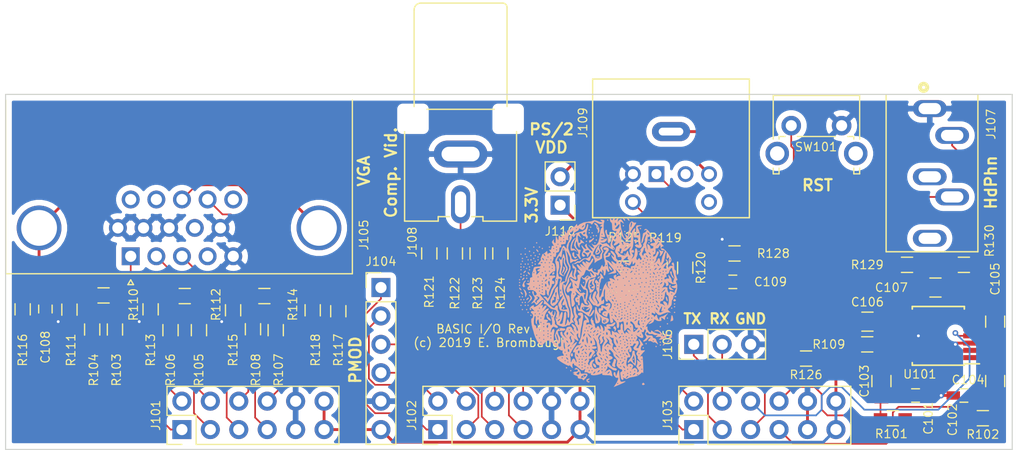
<source format=kicad_pcb>
(kicad_pcb (version 20171130) (host pcbnew 5.1.0-rc2)
  (layers (0 F.Cu signal) (31 B.Cu signal) (34 B.Paste user) (35 F.Paste user) (36 B.SilkS user hide) (37 F.SilkS user) (38 B.Mask user) (39 F.Mask user) (44 Edge.Cuts user))
  (net 0 "")
  (net 1 GND)
  (net 2 "Net-(C101-Pad1)")
  (net 3 "Net-(C102-Pad1)")
  (net 4 "Net-(C103-Pad2)")
  (net 5 "Net-(C104-Pad2)")
  (net 6 "Net-(C105-Pad1)")
  (net 7 +3V3)
  (net 8 "Net-(C107-Pad2)")
  (net 9 "Net-(C107-Pad1)")
  (net 10 "Net-(C108-Pad1)")
  (net 11 "Net-(C109-Pad1)")
  (net 12 /vga_hs)
  (net 13 /vga_vs)
  (net 14 /vga_b1)
  (net 15 /vga_b0)
  (net 16 /vga_g1)
  (net 17 /vga_g0)
  (net 18 /vga_r1)
  (net 19 /vga_r0)
  (net 20 /PMOD0)
  (net 21 /PMOD1)
  (net 22 /PMOD2)
  (net 23 /PMOD3)
  (net 24 /L_PWM)
  (net 25 /R_PWM)
  (net 26 /RX)
  (net 27 /TX)
  (net 28 /PS2_DAT)
  (net 29 /PS2_CLK)
  (net 30 "Net-(J105-Pad1)")
  (net 31 "Net-(J105-Pad2)")
  (net 32 "Net-(J105-Pad3)")
  (net 33 "Net-(J105-Pad4)")
  (net 34 "Net-(J105-Pad9)")
  (net 35 "Net-(J105-Pad11)")
  (net 36 "Net-(J105-Pad12)")
  (net 37 "Net-(J105-Pad13)")
  (net 38 "Net-(J105-Pad14)")
  (net 39 "Net-(J105-Pad15)")
  (net 40 "Net-(J107-Pad2)")
  (net 41 "Net-(J107-Pad5)")
  (net 42 "Net-(J107-Pad3)")
  (net 43 "Net-(J107-Pad4)")
  (net 44 "Net-(J108-Pad2)")
  (net 45 "Net-(J109-Pad1)")
  (net 46 "Net-(J109-Pad2)")
  (net 47 "Net-(J109-Pad5)")
  (net 48 "Net-(J109-Pad6)")
  (net 49 "Net-(R104-Pad1)")
  (net 50 "Net-(R106-Pad1)")
  (net 51 "Net-(R108-Pad1)")
  (net 52 "Net-(R109-Pad1)")
  (net 53 "Net-(U101-Pad8)")
  (net 54 "Net-(U101-Pad7)")
  (net 55 "Net-(J109-Pad4)")
  (net 56 /v3)
  (net 57 /v2)
  (net 58 /v1)
  (net 59 /v0)
  (net 60 /nMUTE)
  (net 61 /nRST)
  (net 62 "Net-(R129-Pad2)")
  (net 63 "Net-(R130-Pad2)")
  (module Resistors_SMD:R_0603_HandSoldering (layer F.Cu) (at 171.577 102.616 180)
    (fp_text reference R126 (at 0 -1.45 180) (layer F.SilkS) (effects (font (size 0.762 0.762) (thickness 0.1016))))
    (fp_text value 10k)
    (pad 2 smd rect (at 1.1 0 180) (size 1.2 0.9) (layers F.Cu F.Paste F.Mask) (net 61 /nRST))
    (pad 1 smd rect (at -1.1 0 180) (size 1.2 0.9) (layers F.Cu F.Paste F.Mask) (net 7 +3V3))
  )
  (module footprints:ea (layer B.Cu) (at 154.051 97.536)
    (fp_text reference G*** hide)
    (fp_text value LOGO hide)
  )
  (module footprints:CUI_RCJ-044 (layer F.Cu) (at 140.716 80.328 90)
    (fp_text reference J108 (at -11.874 -4.318 90) (layer F.SilkS) (effects (font (size 0.762 0.762) (thickness 0.1016))))
    (fp_text value Conn_Coaxial hide)
    (fp_line (start 0 3.35) (end -1.7 3.35) (layer Edge.Cuts) (width 0.0001))
    (fp_line (start 0 5.15) (end 0 3.35) (layer Edge.Cuts) (width 0.0001))
    (fp_line (start -1.7 5.15) (end 0 5.15) (layer Edge.Cuts) (width 0.0001))
    (fp_line (start -1.7 3.35) (end -1.7 5.15) (layer Edge.Cuts) (width 0.0001))
    (fp_line (start 0 -5.15) (end -1.7 -5.15) (layer Edge.Cuts) (width 0.0001))
    (fp_line (start 0 -3.35) (end 0 -5.15) (layer Edge.Cuts) (width 0.0001))
    (fp_line (start -1.7 -3.35) (end 0 -3.35) (layer Edge.Cuts) (width 0.0001))
    (fp_line (start -1.7 -5.15) (end -1.7 -3.35) (layer Edge.Cuts) (width 0.0001))
    (pad 2 thru_hole oval (at -8.5 0 270) (size 3.4 1.7) (drill oval 2.3 1) (layers *.Cu *.Mask) (net 44 "Net-(J108-Pad2)"))
    (pad 1 thru_hole oval (at -4 0 180) (size 4.8 2.4) (drill oval 3.4 1.3) (layers *.Cu *.Mask) (net 1 GND))
  )
  (module footprints:CUI_SJ1-3535NG-GR (layer F.Cu) (at 182.626 80.264 270)
    (fp_text reference J107 (at 1.39879 -5.46802 270) (layer F.SilkS) (effects (font (size 0.762 0.762) (thickness 0.1016))))
    (fp_text value SJ1-3535NG-GR hide)
    (pad 4 thru_hole oval (at 11.6 0 180) (size 3.016 1.508) (drill oval 2 1) (layers *.Cu *.Mask) (net 43 "Net-(J107-Pad4)"))
    (pad 3 thru_hole oval (at 7.9 -2 180) (size 3.016 1.508) (drill oval 2 1) (layers *.Cu *.Mask) (net 42 "Net-(J107-Pad3)"))
    (pad 5 thru_hole oval (at 6.1 0 180) (size 3.016 1.508) (drill oval 2 1) (layers *.Cu *.Mask) (net 41 "Net-(J107-Pad5)"))
    (pad 2 thru_hole oval (at 2.4 -2 180) (size 3.016 1.508) (drill oval 2 1) (layers *.Cu *.Mask) (net 40 "Net-(J107-Pad2)"))
    (pad 1 thru_hole oval (at 0 0 180) (size 3.016 1.508) (drill oval 2 1) (layers *.Cu *.Mask) (net 1 GND))
  )
  (module footprints:CUI_MD-60S (layer F.Cu) (at 159.512 83.82)
    (fp_text reference J109 (at -7.874 -2.286 90) (layer F.SilkS) (effects (font (size 0.762 0.762) (thickness 0.1016))))
    (fp_text value Mini-DIN-6 hide)
    (pad 6 thru_hole circle (at 3.4 4.8) (size 1.408 1.408) (drill 0.9) (layers *.Cu *.Mask) (net 48 "Net-(J109-Pad6)"))
    (pad 5 thru_hole circle (at -3.4 4.8) (size 1.408 1.408) (drill 0.9) (layers *.Cu *.Mask) (net 47 "Net-(J109-Pad5)"))
    (pad 4 thru_hole circle (at 3.4 2.3) (size 1.408 1.408) (drill 0.9) (layers *.Cu *.Mask) (net 55 "Net-(J109-Pad4)"))
    (pad 2 thru_hole circle (at 1.3 2.3) (size 1.408 1.408) (drill 0.9) (layers *.Cu *.Mask) (net 46 "Net-(J109-Pad2)"))
    (pad 1 thru_hole rect (at -1.3 2.3) (size 1.408 1.408) (drill 0.9) (layers *.Cu *.Mask) (net 45 "Net-(J109-Pad1)"))
    (pad 3 thru_hole circle (at -3.4 2.3) (size 1.408 1.408) (drill 0.9) (layers *.Cu *.Mask) (net 1 GND))
    (pad S thru_hole oval (at 0 -1.5) (size 3.4 1.7) (drill oval 2.2 0.7) (layers *.Cu *.Mask) (net 11 "Net-(C109-Pad1)"))
  )
  (module Capacitors_SMD:C_0603_HandSoldering (layer F.Cu) (at 181.356 105.918)
    (fp_text reference C101 (at 1.143 2.032 90) (layer F.SilkS) (effects (font (size 0.762 0.762) (thickness 0.1016))))
    (fp_text value 0.1uf)
    (pad 2 smd rect (at 0.95 0) (size 1.2 0.75) (layers F.Cu F.Paste F.Mask) (net 1 GND))
    (pad 1 smd rect (at -0.95 0) (size 1.2 0.75) (layers F.Cu F.Paste F.Mask) (net 2 "Net-(C101-Pad1)"))
  )
  (module Capacitors_SMD:C_0603_HandSoldering (layer F.Cu) (at 185.674 105.918 180)
    (fp_text reference C102 (at 1.016 -2.159 270) (layer F.SilkS) (effects (font (size 0.762 0.762) (thickness 0.1016))))
    (fp_text value 0.1uf)
    (pad 1 smd rect (at -0.95 0 180) (size 1.2 0.75) (layers F.Cu F.Paste F.Mask) (net 3 "Net-(C102-Pad1)"))
    (pad 2 smd rect (at 0.95 0 180) (size 1.2 0.75) (layers F.Cu F.Paste F.Mask) (net 1 GND))
  )
  (module Capacitors_SMD:C_0805_HandSoldering (layer F.Cu) (at 178.308 104.628 90)
    (fp_text reference C103 (at 0 -1.524 90) (layer F.SilkS) (effects (font (size 0.762 0.762) (thickness 0.1016))))
    (fp_text value 10uf)
    (pad 1 smd rect (at -1.25 0 90) (size 1.5 1.25) (layers F.Cu F.Paste F.Mask) (net 2 "Net-(C101-Pad1)"))
    (pad 2 smd rect (at 1.25 0 90) (size 1.5 1.25) (layers F.Cu F.Paste F.Mask) (net 4 "Net-(C103-Pad2)"))
  )
  (module Capacitors_SMD:C_0805_HandSoldering (layer F.Cu) (at 188.468 104.628 90)
    (fp_text reference C104 (at 0.107 -2.413 180) (layer F.SilkS) (effects (font (size 0.762 0.762) (thickness 0.1016))))
    (fp_text value 10uf)
    (pad 2 smd rect (at 1.25 0 90) (size 1.5 1.25) (layers F.Cu F.Paste F.Mask) (net 5 "Net-(C104-Pad2)"))
    (pad 1 smd rect (at -1.25 0 90) (size 1.5 1.25) (layers F.Cu F.Paste F.Mask) (net 3 "Net-(C102-Pad1)"))
  )
  (module Capacitors_SMD:C_0805_HandSoldering (layer F.Cu) (at 188.468 99.314 270)
    (fp_text reference C105 (at -3.81 0 270) (layer F.SilkS) (effects (font (size 0.762 0.762) (thickness 0.1016))))
    (fp_text value 1uf)
    (pad 2 smd rect (at 1.25 0 270) (size 1.5 1.25) (layers F.Cu F.Paste F.Mask) (net 1 GND))
    (pad 1 smd rect (at -1.25 0 270) (size 1.5 1.25) (layers F.Cu F.Paste F.Mask) (net 6 "Net-(C105-Pad1)"))
  )
  (module Capacitors_SMD:C_0805_HandSoldering (layer F.Cu) (at 177.058 99.314)
    (fp_text reference C106 (at 0 -1.75) (layer F.SilkS) (effects (font (size 0.762 0.762) (thickness 0.1016))))
    (fp_text value 1uf)
    (pad 1 smd rect (at -1.25 0) (size 1.5 1.25) (layers F.Cu F.Paste F.Mask) (net 1 GND))
    (pad 2 smd rect (at 1.25 0) (size 1.5 1.25) (layers F.Cu F.Paste F.Mask) (net 7 +3V3))
  )
  (module Capacitors_SMD:C_0805_HandSoldering (layer F.Cu) (at 183.134 96.266)
    (fp_text reference C107 (at -3.937 0) (layer F.SilkS) (effects (font (size 0.762 0.762) (thickness 0.1016))))
    (fp_text value 1uf)
    (pad 2 smd rect (at 1.25 0) (size 1.5 1.25) (layers F.Cu F.Paste F.Mask) (net 8 "Net-(C107-Pad2)"))
    (pad 1 smd rect (at -1.25 0) (size 1.5 1.25) (layers F.Cu F.Paste F.Mask) (net 9 "Net-(C107-Pad1)"))
  )
  (module Capacitors_SMD:C_0603_HandSoldering (layer F.Cu) (at 103.632 98.186245 270)
    (fp_text reference C108 (at 3.413755 0 270) (layer F.SilkS) (effects (font (size 0.762 0.762) (thickness 0.1016))))
    (fp_text value 0.001uf)
    (pad 1 smd rect (at -0.95 0 270) (size 1.2 0.75) (layers F.Cu F.Paste F.Mask) (net 10 "Net-(C108-Pad1)"))
    (pad 2 smd rect (at 0.95 0 270) (size 1.2 0.75) (layers F.Cu F.Paste F.Mask) (net 1 GND))
  )
  (module Capacitors_SMD:C_0603_HandSoldering (layer F.Cu) (at 165.034 95.758 180)
    (fp_text reference C109 (at -3.368 0 180) (layer F.SilkS) (effects (font (size 0.762 0.762) (thickness 0.1016))))
    (fp_text value 0.001uf)
    (pad 2 smd rect (at 0.95 0 180) (size 1.2 0.75) (layers F.Cu F.Paste F.Mask) (net 1 GND))
    (pad 1 smd rect (at -0.95 0 180) (size 1.2 0.75) (layers F.Cu F.Paste F.Mask) (net 11 "Net-(C109-Pad1)"))
  )
  (module Pin_Headers:Pin_Header_Straight_2x06_Pitch2.54mm (layer F.Cu) (at 115.824 108.966 90)
    (fp_text reference J101 (at 1.27 -2.33 90) (layer F.SilkS) (effects (font (size 0.762 0.762) (thickness 0.1016))))
    (fp_text value Conn_02x06_Odd_Even)
    (pad 12 thru_hole oval (at 2.54 12.7 90) (size 1.7 1.7) (drill 1) (layers *.Cu *.Mask) (net 7 +3V3))
    (pad 11 thru_hole oval (at 0 12.7 90) (size 1.7 1.7) (drill 1) (layers *.Cu *.Mask) (net 7 +3V3))
    (pad 10 thru_hole oval (at 2.54 10.16 90) (size 1.7 1.7) (drill 1) (layers *.Cu *.Mask) (net 1 GND))
    (pad 9 thru_hole oval (at 0 10.16 90) (size 1.7 1.7) (drill 1) (layers *.Cu *.Mask) (net 1 GND))
    (pad 8 thru_hole oval (at 2.54 7.62 90) (size 1.7 1.7) (drill 1) (layers *.Cu *.Mask) (net 12 /vga_hs))
    (pad 7 thru_hole oval (at 0 7.62 90) (size 1.7 1.7) (drill 1) (layers *.Cu *.Mask) (net 13 /vga_vs))
    (pad 6 thru_hole oval (at 2.54 5.08 90) (size 1.7 1.7) (drill 1) (layers *.Cu *.Mask) (net 14 /vga_b1))
    (pad 5 thru_hole oval (at 0 5.08 90) (size 1.7 1.7) (drill 1) (layers *.Cu *.Mask) (net 15 /vga_b0))
    (pad 4 thru_hole oval (at 2.54 2.54 90) (size 1.7 1.7) (drill 1) (layers *.Cu *.Mask) (net 16 /vga_g1))
    (pad 3 thru_hole oval (at 0 2.54 90) (size 1.7 1.7) (drill 1) (layers *.Cu *.Mask) (net 17 /vga_g0))
    (pad 2 thru_hole oval (at 2.54 0 90) (size 1.7 1.7) (drill 1) (layers *.Cu *.Mask) (net 18 /vga_r1))
    (pad 1 thru_hole rect (at 0 0 90) (size 1.7 1.7) (drill 1) (layers *.Cu *.Mask) (net 19 /vga_r0))
  )
  (module Pin_Headers:Pin_Header_Straight_2x06_Pitch2.54mm (layer F.Cu) (at 138.684 108.966 90)
    (fp_text reference J102 (at 1.27 -2.33 90) (layer F.SilkS) (effects (font (size 0.762 0.762) (thickness 0.1016))))
    (fp_text value Conn_02x06_Odd_Even)
    (pad 1 thru_hole rect (at 0 0 90) (size 1.7 1.7) (drill 1) (layers *.Cu *.Mask) (net 20 /PMOD0))
    (pad 2 thru_hole oval (at 2.54 0 90) (size 1.7 1.7) (drill 1) (layers *.Cu *.Mask) (net 21 /PMOD1))
    (pad 3 thru_hole oval (at 0 2.54 90) (size 1.7 1.7) (drill 1) (layers *.Cu *.Mask) (net 22 /PMOD2))
    (pad 4 thru_hole oval (at 2.54 2.54 90) (size 1.7 1.7) (drill 1) (layers *.Cu *.Mask) (net 23 /PMOD3))
    (pad 5 thru_hole oval (at 0 5.08 90) (size 1.7 1.7) (drill 1) (layers *.Cu *.Mask) (net 56 /v3))
    (pad 6 thru_hole oval (at 2.54 5.08 90) (size 1.7 1.7) (drill 1) (layers *.Cu *.Mask) (net 57 /v2))
    (pad 7 thru_hole oval (at 0 7.62 90) (size 1.7 1.7) (drill 1) (layers *.Cu *.Mask) (net 58 /v1))
    (pad 8 thru_hole oval (at 2.54 7.62 90) (size 1.7 1.7) (drill 1) (layers *.Cu *.Mask) (net 59 /v0))
    (pad 9 thru_hole oval (at 0 10.16 90) (size 1.7 1.7) (drill 1) (layers *.Cu *.Mask) (net 1 GND))
    (pad 10 thru_hole oval (at 2.54 10.16 90) (size 1.7 1.7) (drill 1) (layers *.Cu *.Mask) (net 1 GND))
    (pad 11 thru_hole oval (at 0 12.7 90) (size 1.7 1.7) (drill 1) (layers *.Cu *.Mask) (net 7 +3V3))
    (pad 12 thru_hole oval (at 2.54 12.7 90) (size 1.7 1.7) (drill 1) (layers *.Cu *.Mask) (net 7 +3V3))
  )
  (module Pin_Headers:Pin_Header_Straight_2x06_Pitch2.54mm (layer F.Cu) (at 161.544 108.966 90)
    (fp_text reference J103 (at 1.27 -2.33 90) (layer F.SilkS) (effects (font (size 0.762 0.762) (thickness 0.1016))))
    (fp_text value Conn_02x06_Odd_Even)
    (pad 12 thru_hole oval (at 2.54 12.7 90) (size 1.7 1.7) (drill 1) (layers *.Cu *.Mask) (net 7 +3V3))
    (pad 11 thru_hole oval (at 0 12.7 90) (size 1.7 1.7) (drill 1) (layers *.Cu *.Mask) (net 7 +3V3))
    (pad 10 thru_hole oval (at 2.54 10.16 90) (size 1.7 1.7) (drill 1) (layers *.Cu *.Mask) (net 1 GND))
    (pad 9 thru_hole oval (at 0 10.16 90) (size 1.7 1.7) (drill 1) (layers *.Cu *.Mask) (net 1 GND))
    (pad 8 thru_hole oval (at 2.54 7.62 90) (size 1.7 1.7) (drill 1) (layers *.Cu *.Mask) (net 24 /L_PWM))
    (pad 7 thru_hole oval (at 0 7.62 90) (size 1.7 1.7) (drill 1) (layers *.Cu *.Mask) (net 25 /R_PWM))
    (pad 6 thru_hole oval (at 2.54 5.08 90) (size 1.7 1.7) (drill 1) (layers *.Cu *.Mask) (net 60 /nMUTE))
    (pad 5 thru_hole oval (at 0 5.08 90) (size 1.7 1.7) (drill 1) (layers *.Cu *.Mask) (net 61 /nRST))
    (pad 4 thru_hole oval (at 2.54 2.54 90) (size 1.7 1.7) (drill 1) (layers *.Cu *.Mask) (net 26 /RX))
    (pad 3 thru_hole oval (at 0 2.54 90) (size 1.7 1.7) (drill 1) (layers *.Cu *.Mask) (net 27 /TX))
    (pad 2 thru_hole oval (at 2.54 0 90) (size 1.7 1.7) (drill 1) (layers *.Cu *.Mask) (net 28 /PS2_DAT))
    (pad 1 thru_hole rect (at 0 0 90) (size 1.7 1.7) (drill 1) (layers *.Cu *.Mask) (net 29 /PS2_CLK))
  )
  (module Pin_Headers:Pin_Header_Straight_1x06_Pitch2.54mm (layer F.Cu) (at 133.604 96.266)
    (fp_text reference J104 (at 0 -2.33) (layer F.SilkS) (effects (font (size 0.762 0.762) (thickness 0.1016))))
    (fp_text value Conn_01x06)
    (pad 6 thru_hole oval (at 0 12.7) (size 1.7 1.7) (drill 1) (layers *.Cu *.Mask) (net 7 +3V3))
    (pad 5 thru_hole oval (at 0 10.16) (size 1.7 1.7) (drill 1) (layers *.Cu *.Mask) (net 1 GND))
    (pad 4 thru_hole oval (at 0 7.62) (size 1.7 1.7) (drill 1) (layers *.Cu *.Mask) (net 23 /PMOD3))
    (pad 3 thru_hole oval (at 0 5.08) (size 1.7 1.7) (drill 1) (layers *.Cu *.Mask) (net 22 /PMOD2))
    (pad 2 thru_hole oval (at 0 2.54) (size 1.7 1.7) (drill 1) (layers *.Cu *.Mask) (net 21 /PMOD1))
    (pad 1 thru_hole rect (at 0 0) (size 1.7 1.7) (drill 1) (layers *.Cu *.Mask) (net 20 /PMOD0))
  )
  (module footprints:DSUB-15-HD_Female_Horizontal_C-CD-0012 (layer F.Cu) (at 111.252 93.472 180)
    (fp_text reference J105 (at -20.828 1.905 270) (layer F.SilkS) (effects (font (size 0.762 0.762) (thickness 0.1016))))
    (fp_text value DB15_Female_HighDensity_MountingHoles)
    (pad 1 thru_hole rect (at 0 0 180) (size 1.6 1.6) (drill 1) (layers *.Cu *.Mask) (net 30 "Net-(J105-Pad1)"))
    (pad 2 thru_hole circle (at -2.29 0 180) (size 1.6 1.6) (drill 1) (layers *.Cu *.Mask) (net 31 "Net-(J105-Pad2)"))
    (pad 3 thru_hole circle (at -4.58 0 180) (size 1.6 1.6) (drill 1) (layers *.Cu *.Mask) (net 32 "Net-(J105-Pad3)"))
    (pad 4 thru_hole circle (at -6.87 0 180) (size 1.6 1.6) (drill 1) (layers *.Cu *.Mask) (net 33 "Net-(J105-Pad4)"))
    (pad 5 thru_hole circle (at -9.16 0 180) (size 1.6 1.6) (drill 1) (layers *.Cu *.Mask) (net 1 GND))
    (pad 6 thru_hole circle (at 1.145 2.54 180) (size 1.6 1.6) (drill 1) (layers *.Cu *.Mask) (net 1 GND))
    (pad 7 thru_hole circle (at -1.145 2.54 180) (size 1.6 1.6) (drill 1) (layers *.Cu *.Mask) (net 1 GND))
    (pad 8 thru_hole circle (at -3.435 2.54 180) (size 1.6 1.6) (drill 1) (layers *.Cu *.Mask) (net 1 GND))
    (pad 9 thru_hole circle (at -5.725 2.54 180) (size 1.6 1.6) (drill 1) (layers *.Cu *.Mask) (net 34 "Net-(J105-Pad9)"))
    (pad 10 thru_hole circle (at -8.015 2.54 180) (size 1.6 1.6) (drill 1) (layers *.Cu *.Mask) (net 1 GND))
    (pad 11 thru_hole circle (at 0 5.08 180) (size 1.6 1.6) (drill 1) (layers *.Cu *.Mask) (net 35 "Net-(J105-Pad11)"))
    (pad 12 thru_hole circle (at -2.29 5.08 180) (size 1.6 1.6) (drill 1) (layers *.Cu *.Mask) (net 36 "Net-(J105-Pad12)"))
    (pad 13 thru_hole circle (at -4.58 5.08 180) (size 1.6 1.6) (drill 1) (layers *.Cu *.Mask) (net 37 "Net-(J105-Pad13)"))
    (pad 14 thru_hole circle (at -6.87 5.08 180) (size 1.6 1.6) (drill 1) (layers *.Cu *.Mask) (net 38 "Net-(J105-Pad14)"))
    (pad 15 thru_hole circle (at -9.16 5.08 180) (size 1.6 1.6) (drill 1) (layers *.Cu *.Mask) (net 39 "Net-(J105-Pad15)"))
    (pad 0 thru_hole circle (at -16.815 2.54 180) (size 4 4) (drill 3.2) (layers *.Cu *.Mask) (net 10 "Net-(C108-Pad1)"))
    (pad 0 thru_hole circle (at 8.185 2.54 180) (size 4 4) (drill 3.2) (layers *.Cu *.Mask) (net 10 "Net-(C108-Pad1)"))
  )
  (module Pin_Headers:Pin_Header_Straight_1x03_Pitch2.54mm (layer F.Cu) (at 161.544 101.346 90)
    (fp_text reference J106 (at 0 -2.33 90) (layer F.SilkS) (effects (font (size 0.762 0.762) (thickness 0.1016))))
    (fp_text value Conn_01x03)
    (pad 3 thru_hole oval (at 0 5.08 90) (size 1.7 1.7) (drill 1) (layers *.Cu *.Mask) (net 1 GND))
    (pad 2 thru_hole oval (at 0 2.54 90) (size 1.7 1.7) (drill 1) (layers *.Cu *.Mask) (net 26 /RX))
    (pad 1 thru_hole rect (at 0 0 90) (size 1.7 1.7) (drill 1) (layers *.Cu *.Mask) (net 27 /TX))
  )
  (module Pin_Headers:Pin_Header_Straight_1x02_Pitch2.54mm (layer F.Cu) (at 149.606 88.9 180)
    (fp_text reference J110 (at 0 -2.33 180) (layer F.SilkS) (effects (font (size 0.762 0.762) (thickness 0.1016))))
    (fp_text value Conn_01x02)
    (pad 2 thru_hole oval (at 0 2.54 180) (size 1.7 1.7) (drill 1) (layers *.Cu *.Mask) (net 55 "Net-(J109-Pad4)"))
    (pad 1 thru_hole rect (at 0 0 180) (size 1.7 1.7) (drill 1) (layers *.Cu *.Mask) (net 7 +3V3))
  )
  (module Resistors_SMD:R_0603_HandSoldering (layer F.Cu) (at 179.324 107.95)
    (fp_text reference R101 (at -0.127 1.397) (layer F.SilkS) (effects (font (size 0.762 0.762) (thickness 0.1016))))
    (fp_text value 100)
    (pad 1 smd rect (at -1.1 0) (size 1.2 0.9) (layers F.Cu F.Paste F.Mask) (net 2 "Net-(C101-Pad1)"))
    (pad 2 smd rect (at 1.1 0) (size 1.2 0.9) (layers F.Cu F.Paste F.Mask) (net 25 /R_PWM))
  )
  (module Resistors_SMD:R_0603_HandSoldering (layer F.Cu) (at 187.368 107.95 180)
    (fp_text reference R102 (at 0 -1.45 180) (layer F.SilkS) (effects (font (size 0.762 0.762) (thickness 0.1016))))
    (fp_text value 100)
    (pad 2 smd rect (at 1.1 0 180) (size 1.2 0.9) (layers F.Cu F.Paste F.Mask) (net 24 /L_PWM))
    (pad 1 smd rect (at -1.1 0 180) (size 1.2 0.9) (layers F.Cu F.Paste F.Mask) (net 3 "Net-(C102-Pad1)"))
  )
  (module Resistors_SMD:R_0603_HandSoldering (layer F.Cu) (at 109.843764 100.019054 270)
    (fp_text reference R103 (at 3.612946 -0.138236 270) (layer F.SilkS) (effects (font (size 0.762 0.762) (thickness 0.1016))))
    (fp_text value 536)
    (pad 1 smd rect (at -1.1 0 270) (size 1.2 0.9) (layers F.Cu F.Paste F.Mask) (net 30 "Net-(J105-Pad1)"))
    (pad 2 smd rect (at 1.1 0 270) (size 1.2 0.9) (layers F.Cu F.Paste F.Mask) (net 18 /vga_r1))
  )
  (module Resistors_SMD:R_0603_HandSoldering (layer F.Cu) (at 107.811764 100.019054 270)
    (fp_text reference R104 (at 3.612946 -0.138236 270) (layer F.SilkS) (effects (font (size 0.762 0.762) (thickness 0.1016))))
    (fp_text value 536)
    (pad 2 smd rect (at 1.1 0 270) (size 1.2 0.9) (layers F.Cu F.Paste F.Mask) (net 19 /vga_r0))
    (pad 1 smd rect (at -1.1 0 270) (size 1.2 0.9) (layers F.Cu F.Paste F.Mask) (net 49 "Net-(R104-Pad1)"))
  )
  (module Resistors_SMD:R_0603_HandSoldering (layer F.Cu) (at 117.348 100.076 270)
    (fp_text reference R105 (at 3.556 0 270) (layer F.SilkS) (effects (font (size 0.762 0.762) (thickness 0.1016))))
    (fp_text value 536)
    (pad 1 smd rect (at -1.1 0 270) (size 1.2 0.9) (layers F.Cu F.Paste F.Mask) (net 31 "Net-(J105-Pad2)"))
    (pad 2 smd rect (at 1.1 0 270) (size 1.2 0.9) (layers F.Cu F.Paste F.Mask) (net 16 /vga_g1))
  )
  (module Resistors_SMD:R_0603_HandSoldering (layer F.Cu) (at 114.808 100.076 270)
    (fp_text reference R106 (at 3.556 0 270) (layer F.SilkS) (effects (font (size 0.762 0.762) (thickness 0.1016))))
    (fp_text value 536)
    (pad 2 smd rect (at 1.1 0 270) (size 1.2 0.9) (layers F.Cu F.Paste F.Mask) (net 17 /vga_g0))
    (pad 1 smd rect (at -1.1 0 270) (size 1.2 0.9) (layers F.Cu F.Paste F.Mask) (net 50 "Net-(R106-Pad1)"))
  )
  (module Resistors_SMD:R_0603_HandSoldering (layer F.Cu) (at 124.206 100.076 270)
    (fp_text reference R107 (at 3.556 -0.254 270) (layer F.SilkS) (effects (font (size 0.762 0.762) (thickness 0.1016))))
    (fp_text value 536)
    (pad 1 smd rect (at -1.1 0 270) (size 1.2 0.9) (layers F.Cu F.Paste F.Mask) (net 32 "Net-(J105-Pad3)"))
    (pad 2 smd rect (at 1.1 0 270) (size 1.2 0.9) (layers F.Cu F.Paste F.Mask) (net 14 /vga_b1))
  )
  (module Resistors_SMD:R_0603_HandSoldering (layer F.Cu) (at 122.174 99.992 270)
    (fp_text reference R108 (at 3.64 -0.254 270) (layer F.SilkS) (effects (font (size 0.762 0.762) (thickness 0.1016))))
    (fp_text value 536)
    (pad 2 smd rect (at 1.1 0 270) (size 1.2 0.9) (layers F.Cu F.Paste F.Mask) (net 15 /vga_b0))
    (pad 1 smd rect (at -1.1 0 270) (size 1.2 0.9) (layers F.Cu F.Paste F.Mask) (net 51 "Net-(R108-Pad1)"))
  )
  (module Resistors_SMD:R_0603_HandSoldering (layer F.Cu) (at 177.038 101.346 180)
    (fp_text reference R109 (at 3.429 0 180) (layer F.SilkS) (effects (font (size 0.762 0.762) (thickness 0.1016))))
    (fp_text value 82K)
    (pad 2 smd rect (at 1.1 0 180) (size 1.2 0.9) (layers F.Cu F.Paste F.Mask) (net 1 GND))
    (pad 1 smd rect (at -1.1 0 180) (size 1.2 0.9) (layers F.Cu F.Paste F.Mask) (net 52 "Net-(R109-Pad1)"))
  )
  (module Resistors_SMD:R_0603_HandSoldering (layer F.Cu) (at 108.827764 96.971054)
    (fp_text reference R110 (at 2.678236 0.818946 90) (layer F.SilkS) (effects (font (size 0.762 0.762) (thickness 0.1016))))
    (fp_text value 270)
    (pad 2 smd rect (at 1.1 0) (size 1.2 0.9) (layers F.Cu F.Paste F.Mask) (net 30 "Net-(J105-Pad1)"))
    (pad 1 smd rect (at -1.1 0) (size 1.2 0.9) (layers F.Cu F.Paste F.Mask) (net 49 "Net-(R104-Pad1)"))
  )
  (module Resistors_SMD:R_0603_HandSoldering (layer F.Cu) (at 105.779764 98.241054 90)
    (fp_text reference R111 (at -3.612946 0.138236 90) (layer F.SilkS) (effects (font (size 0.762 0.762) (thickness 0.1016))))
    (fp_text value 536)
    (pad 1 smd rect (at -1.1 0 90) (size 1.2 0.9) (layers F.Cu F.Paste F.Mask) (net 1 GND))
    (pad 2 smd rect (at 1.1 0 90) (size 1.2 0.9) (layers F.Cu F.Paste F.Mask) (net 49 "Net-(R104-Pad1)"))
  )
  (module Resistors_SMD:R_0603_HandSoldering (layer F.Cu) (at 116.078 97.028)
    (fp_text reference R112 (at 2.794 0.762 90) (layer F.SilkS) (effects (font (size 0.762 0.762) (thickness 0.1016))))
    (fp_text value 270)
    (pad 2 smd rect (at 1.1 0) (size 1.2 0.9) (layers F.Cu F.Paste F.Mask) (net 31 "Net-(J105-Pad2)"))
    (pad 1 smd rect (at -1.1 0) (size 1.2 0.9) (layers F.Cu F.Paste F.Mask) (net 50 "Net-(R106-Pad1)"))
  )
  (module Resistors_SMD:R_0603_HandSoldering (layer F.Cu) (at 113.03 98.214 90)
    (fp_text reference R113 (at -3.64 0 90) (layer F.SilkS) (effects (font (size 0.762 0.762) (thickness 0.1016))))
    (fp_text value 536)
    (pad 1 smd rect (at -1.1 0 90) (size 1.2 0.9) (layers F.Cu F.Paste F.Mask) (net 1 GND))
    (pad 2 smd rect (at 1.1 0 90) (size 1.2 0.9) (layers F.Cu F.Paste F.Mask) (net 50 "Net-(R106-Pad1)"))
  )
  (module Resistors_SMD:R_0603_HandSoldering (layer F.Cu) (at 123.19 97.028)
    (fp_text reference R114 (at 2.54 0.762 90) (layer F.SilkS) (effects (font (size 0.762 0.762) (thickness 0.1016))))
    (fp_text value 270)
    (pad 2 smd rect (at 1.1 0) (size 1.2 0.9) (layers F.Cu F.Paste F.Mask) (net 32 "Net-(J105-Pad3)"))
    (pad 1 smd rect (at -1.1 0) (size 1.2 0.9) (layers F.Cu F.Paste F.Mask) (net 51 "Net-(R108-Pad1)"))
  )
  (module Resistors_SMD:R_0603_HandSoldering (layer F.Cu) (at 120.396 98.298 90)
    (fp_text reference R115 (at -3.556 0 90) (layer F.SilkS) (effects (font (size 0.762 0.762) (thickness 0.1016))))
    (fp_text value 536)
    (pad 1 smd rect (at -1.1 0 90) (size 1.2 0.9) (layers F.Cu F.Paste F.Mask) (net 1 GND))
    (pad 2 smd rect (at 1.1 0 90) (size 1.2 0.9) (layers F.Cu F.Paste F.Mask) (net 51 "Net-(R108-Pad1)"))
  )
  (module Resistors_SMD:R_0603_HandSoldering (layer F.Cu) (at 101.6 98.214 270)
    (fp_text reference R116 (at 3.64 0 270) (layer F.SilkS) (effects (font (size 0.762 0.762) (thickness 0.1016))))
    (fp_text value 1M)
    (pad 1 smd rect (at -1.1 0 270) (size 1.2 0.9) (layers F.Cu F.Paste F.Mask) (net 10 "Net-(C108-Pad1)"))
    (pad 2 smd rect (at 1.1 0 270) (size 1.2 0.9) (layers F.Cu F.Paste F.Mask) (net 1 GND))
  )
  (module Resistors_SMD:R_0603_HandSoldering (layer F.Cu) (at 129.794 98.382 90)
    (fp_text reference R117 (at -3.472 0 90) (layer F.SilkS) (effects (font (size 0.762 0.762) (thickness 0.1016))))
    (fp_text value 100)
    (pad 2 smd rect (at 1.1 0 90) (size 1.2 0.9) (layers F.Cu F.Paste F.Mask) (net 37 "Net-(J105-Pad13)"))
    (pad 1 smd rect (at -1.1 0 90) (size 1.2 0.9) (layers F.Cu F.Paste F.Mask) (net 12 /vga_hs))
  )
  (module Resistors_SMD:R_0603_HandSoldering (layer F.Cu) (at 127.508 98.298 90)
    (fp_text reference R118 (at -3.556 0.254 90) (layer F.SilkS) (effects (font (size 0.762 0.762) (thickness 0.1016))))
    (fp_text value 100)
    (pad 2 smd rect (at 1.1 0 90) (size 1.2 0.9) (layers F.Cu F.Paste F.Mask) (net 38 "Net-(J105-Pad14)"))
    (pad 1 smd rect (at -1.1 0 90) (size 1.2 0.9) (layers F.Cu F.Paste F.Mask) (net 13 /vga_vs))
  )
  (module Resistors_SMD:R_0603_HandSoldering (layer F.Cu) (at 158.496 94.488 270)
    (fp_text reference R119 (at -2.667 -0.508) (layer F.SilkS) (effects (font (size 0.762 0.762) (thickness 0.1016))))
    (fp_text value 100)
    (pad 2 smd rect (at 1.1 0 270) (size 1.2 0.9) (layers F.Cu F.Paste F.Mask) (net 29 /PS2_CLK))
    (pad 1 smd rect (at -1.1 0 270) (size 1.2 0.9) (layers F.Cu F.Paste F.Mask) (net 47 "Net-(J109-Pad5)"))
  )
  (module Resistors_SMD:R_0603_HandSoldering (layer F.Cu) (at 160.782 94.488 270)
    (fp_text reference R120 (at 0 -1.397 270) (layer F.SilkS) (effects (font (size 0.762 0.762) (thickness 0.1016))))
    (fp_text value 100)
    (pad 1 smd rect (at -1.1 0 270) (size 1.2 0.9) (layers F.Cu F.Paste F.Mask) (net 45 "Net-(J109-Pad1)"))
    (pad 2 smd rect (at 1.1 0 270) (size 1.2 0.9) (layers F.Cu F.Paste F.Mask) (net 28 /PS2_DAT))
  )
  (module Resistors_SMD:R_0603_HandSoldering (layer F.Cu) (at 137.922 93.218 270)
    (fp_text reference R121 (at 3.429 0 270) (layer F.SilkS) (effects (font (size 0.762 0.762) (thickness 0.1016))))
    (fp_text value 390)
    (pad 1 smd rect (at -1.1 0 270) (size 1.2 0.9) (layers F.Cu F.Paste F.Mask) (net 44 "Net-(J108-Pad2)"))
    (pad 2 smd rect (at 1.1 0 270) (size 1.2 0.9) (layers F.Cu F.Paste F.Mask) (net 56 /v3))
  )
  (module Resistors_SMD:R_0603_HandSoldering (layer F.Cu) (at 140.208 93.218 270)
    (fp_text reference R122 (at 3.556 0 270) (layer F.SilkS) (effects (font (size 0.762 0.762) (thickness 0.1016))))
    (fp_text value 820)
    (pad 1 smd rect (at -1.1 0 270) (size 1.2 0.9) (layers F.Cu F.Paste F.Mask) (net 44 "Net-(J108-Pad2)"))
    (pad 2 smd rect (at 1.1 0 270) (size 1.2 0.9) (layers F.Cu F.Paste F.Mask) (net 57 /v2))
  )
  (module Resistors_SMD:R_0603_HandSoldering (layer F.Cu) (at 142.24 93.218 270)
    (fp_text reference R123 (at 3.556 0 270) (layer F.SilkS) (effects (font (size 0.762 0.762) (thickness 0.1016))))
    (fp_text value 1800)
    (pad 1 smd rect (at -1.1 0 270) (size 1.2 0.9) (layers F.Cu F.Paste F.Mask) (net 44 "Net-(J108-Pad2)"))
    (pad 2 smd rect (at 1.1 0 270) (size 1.2 0.9) (layers F.Cu F.Paste F.Mask) (net 58 /v1))
  )
  (module Resistors_SMD:R_0603_HandSoldering (layer F.Cu) (at 144.272 93.218 270)
    (fp_text reference R124 (at 3.556 0 270) (layer F.SilkS) (effects (font (size 0.762 0.762) (thickness 0.1016))))
    (fp_text value 3600)
    (pad 1 smd rect (at -1.1 0 270) (size 1.2 0.9) (layers F.Cu F.Paste F.Mask) (net 44 "Net-(J108-Pad2)"))
    (pad 2 smd rect (at 1.1 0 270) (size 1.2 0.9) (layers F.Cu F.Paste F.Mask) (net 59 /v0))
  )
  (module Resistors_SMD:R_0603_HandSoldering (layer F.Cu) (at 155.364 93.218)
    (fp_text reference R125 (at 0 -1.45) (layer F.SilkS) (effects (font (size 0.762 0.762) (thickness 0.1016))))
    (fp_text value 10k)
    (pad 1 smd rect (at -1.1 0) (size 1.2 0.9) (layers F.Cu F.Paste F.Mask) (net 7 +3V3))
    (pad 2 smd rect (at 1.1 0) (size 1.2 0.9) (layers F.Cu F.Paste F.Mask) (net 47 "Net-(J109-Pad5)"))
  )
  (module Resistors_SMD:R_0603_HandSoldering (layer F.Cu) (at 155.364 95.504)
    (fp_text reference R127 (at -0.17 1.397) (layer F.SilkS) (effects (font (size 0.762 0.762) (thickness 0.1016))))
    (fp_text value 10k)
    (pad 2 smd rect (at 1.1 0) (size 1.2 0.9) (layers F.Cu F.Paste F.Mask) (net 45 "Net-(J109-Pad1)"))
    (pad 1 smd rect (at -1.1 0) (size 1.2 0.9) (layers F.Cu F.Paste F.Mask) (net 7 +3V3))
  )
  (module Resistors_SMD:R_0603_HandSoldering (layer F.Cu) (at 165.184 93.218 180)
    (fp_text reference R128 (at -3.472 0 180) (layer F.SilkS) (effects (font (size 0.762 0.762) (thickness 0.1016))))
    (fp_text value 1M)
    (pad 2 smd rect (at 1.1 0 180) (size 1.2 0.9) (layers F.Cu F.Paste F.Mask) (net 1 GND))
    (pad 1 smd rect (at -1.1 0 180) (size 1.2 0.9) (layers F.Cu F.Paste F.Mask) (net 11 "Net-(C109-Pad1)"))
  )
  (module Buttons_Switches_ThroughHole:SW_Tactile_SPST_Angled_PTS645Vx58-2LFS (layer F.Cu) (at 170.252 81.788)
    (fp_text reference SW101 (at 2.214 1.905 180) (layer F.SilkS) (effects (font (size 0.762 0.762) (thickness 0.1016))))
    (fp_text value SW_Push)
    (pad "" thru_hole circle (at -1.25 2.49) (size 2.1 2.1) (drill 1.3) (layers *.Cu *.Mask))
    (pad 1 thru_hole circle (at 0 0) (size 1.75 1.75) (drill 0.99) (layers *.Cu *.Mask) (net 61 /nRST))
    (pad 2 thru_hole circle (at 4.5 0) (size 1.75 1.75) (drill 0.99) (layers *.Cu *.Mask) (net 1 GND))
    (pad "" thru_hole circle (at 5.76 2.49) (size 2.1 2.1) (drill 1.3) (layers *.Cu *.Mask))
  )
  (module Housings_SSOP:TSSOP-14_4.4x5mm_Pitch0.65mm (layer F.Cu) (at 183.388 100.584 180)
    (fp_text reference U101 (at 1.651 -3.429 180) (layer F.SilkS) (effects (font (size 0.762 0.762) (thickness 0.1016))))
    (fp_text value TPA6139A2)
    (pad 14 smd rect (at 2.95 -1.95 180) (size 1.45 0.45) (layers F.Cu F.Paste F.Mask) (net 4 "Net-(C103-Pad2)"))
    (pad 13 smd rect (at 2.95 -1.3 180) (size 1.45 0.45) (layers F.Cu F.Paste F.Mask) (net 62 "Net-(R129-Pad2)"))
    (pad 12 smd rect (at 2.95 -0.65 180) (size 1.45 0.45) (layers F.Cu F.Paste F.Mask) (net 52 "Net-(R109-Pad1)"))
    (pad 11 smd rect (at 2.95 0 180) (size 1.45 0.45) (layers F.Cu F.Paste F.Mask) (net 1 GND))
    (pad 10 smd rect (at 2.95 0.65 180) (size 1.45 0.45) (layers F.Cu F.Paste F.Mask) (net 7 +3V3))
    (pad 9 smd rect (at 2.95 1.3 180) (size 1.45 0.45) (layers F.Cu F.Paste F.Mask) (net 9 "Net-(C107-Pad1)"))
    (pad 8 smd rect (at 2.95 1.95 180) (size 1.45 0.45) (layers F.Cu F.Paste F.Mask) (net 53 "Net-(U101-Pad8)"))
    (pad 7 smd rect (at -2.95 1.95 180) (size 1.45 0.45) (layers F.Cu F.Paste F.Mask) (net 54 "Net-(U101-Pad7)"))
    (pad 6 smd rect (at -2.95 1.3 180) (size 1.45 0.45) (layers F.Cu F.Paste F.Mask) (net 8 "Net-(C107-Pad2)"))
    (pad 5 smd rect (at -2.95 0.65 180) (size 1.45 0.45) (layers F.Cu F.Paste F.Mask) (net 6 "Net-(C105-Pad1)"))
    (pad 4 smd rect (at -2.95 0 180) (size 1.45 0.45) (layers F.Cu F.Paste F.Mask) (net 60 /nMUTE))
    (pad 3 smd rect (at -2.95 -0.65 180) (size 1.45 0.45) (layers F.Cu F.Paste F.Mask) (net 1 GND))
    (pad 2 smd rect (at -2.95 -1.3 180) (size 1.45 0.45) (layers F.Cu F.Paste F.Mask) (net 63 "Net-(R130-Pad2)"))
    (pad 1 smd rect (at -2.95 -1.95 180) (size 1.45 0.45) (layers F.Cu F.Paste F.Mask) (net 5 "Net-(C104-Pad2)"))
  )
  (module Resistors_SMD:R_0603_HandSoldering (layer F.Cu) (at 180.594 94.234)
    (fp_text reference R129 (at -3.556 0) (layer F.SilkS) (effects (font (size 0.762 0.762) (thickness 0.1015))))
    (fp_text value 470)
    (pad 1 smd rect (at -1.1 0) (size 1.2 0.9) (layers F.Cu F.Paste F.Mask) (net 42 "Net-(J107-Pad3)"))
    (pad 2 smd rect (at 1.1 0) (size 1.2 0.9) (layers F.Cu F.Paste F.Mask) (net 62 "Net-(R129-Pad2)"))
  )
  (module Resistors_SMD:R_0603_HandSoldering (layer F.Cu) (at 185.674 94.234 180)
    (fp_text reference R130 (at -2.286 2.159 270) (layer F.SilkS) (effects (font (size 0.762 0.762) (thickness 0.1015))))
    (fp_text value 470)
    (pad 2 smd rect (at 1.1 0 180) (size 1.2 0.9) (layers F.Cu F.Paste F.Mask) (net 63 "Net-(R130-Pad2)"))
    (pad 1 smd rect (at -1.1 0 180) (size 1.2 0.9) (layers F.Cu F.Paste F.Mask) (net 40 "Net-(J107-Pad2)"))
  )
  (gr_text VGA (at 132.08 85.852 90) (layer F.SilkS) (effects (font (size 1 1) (thickness 0.2))))
  (gr_text "Comp. Vid." (at 134.493 85.979 90) (layer F.SilkS) (effects (font (size 1 1) (thickness 0.2))))
  (gr_text HdPhn (at 188.087 86.868 90) (layer F.SilkS) (effects (font (size 1 1) (thickness 0.2))))
  (gr_text RST (at 172.593 87.122) (layer F.SilkS) (effects (font (size 1 1) (thickness 0.2))))
  (gr_text PMOD (at 131.318 102.743 90) (layer F.SilkS) (effects (font (size 1 1) (thickness 0.2))))
  (gr_text 3.3V (at 147.066 88.9 90) (layer F.SilkS) (effects (font (size 1 1) (thickness 0.2))))
  (gr_text GND (at 166.624 99.06) (layer F.SilkS) (effects (font (size 0.9 0.9) (thickness 0.2))))
  (gr_text RX (at 163.83 99.06) (layer F.SilkS) (effects (font (size 0.9 0.9) (thickness 0.2))))
  (gr_text TX (at 161.417 99.06) (layer F.SilkS) (effects (font (size 0.9 0.9) (thickness 0.2))))
  (gr_text "PS/2\nVDD" (at 148.844 82.931) (layer F.SilkS) (effects (font (size 1 1) (thickness 0.2))))
  (gr_text "BASIC I/O Rev 1\n(c) 2019 E. Brombaugh" (at 143.383 100.584) (layer F.SilkS) (effects (font (size 0.762 0.762) (thickness 0.1016))))
  (gr_line (start 100.076 110.744) (end 189.992 110.744) (angle 90) (layer Edge.Cuts) (width 0.1))
  (gr_line (start 189.992 110.744) (end 189.992 78.994) (angle 90) (layer Edge.Cuts) (width 0.1))
  (gr_line (start 100.076 110.744) (end 100.076 78.994) (angle 90) (layer Edge.Cuts) (width 0.1))
  (gr_line (start 100.076 78.994) (end 189.992 78.994) (angle 90) (layer Edge.Cuts) (width 0.1))
  (segment (start 164.084 93.218) (end 164.084 95.758) (width 0.254) (layer F.Cu) (net 1))
  (segment (start 182.306 105.918) (end 183.642 105.918) (width 0.254) (layer F.Cu) (net 1))
  (via (at 183.642 105.918) (size 0.508) (drill 0.254) (layers F.Cu B.Cu) (net 1))
  (segment (start 184.724 105.918) (end 183.642 105.918) (width 0.254) (layer F.Cu) (net 1))
  (via (at 181.61 100.584) (size 0.508) (drill 0.254) (layers F.Cu B.Cu) (net 1))
  (segment (start 180.438 100.584) (end 181.61 100.584) (width 0.254) (layer F.Cu) (net 1))
  (segment (start 187.798 101.234) (end 188.468 100.564) (width 0.254) (layer F.Cu) (net 1))
  (segment (start 186.338 101.234) (end 187.798 101.234) (width 0.254) (layer F.Cu) (net 1))
  (segment (start 175.808 100.193) (end 175.808 99.314) (width 0.254) (layer F.Cu) (net 1))
  (segment (start 176.199 100.584) (end 175.808 100.193) (width 0.254) (layer F.Cu) (net 1))
  (segment (start 180.438 100.584) (end 176.53 100.584) (width 0.254) (layer F.Cu) (net 1))
  (segment (start 176.53 100.584) (end 176.199 100.584) (width 0.254) (layer F.Cu) (net 1))
  (segment (start 186.338 101.234) (end 185.023996 101.234) (width 0.254) (layer F.Cu) (net 1))
  (via (at 184.911996 101.346) (size 0.508) (drill 0.254) (layers F.Cu B.Cu) (net 1))
  (segment (start 185.023996 101.234) (end 184.911996 101.346) (width 0.254) (layer F.Cu) (net 1))
  (segment (start 171.704 107.628081) (end 171.704 108.966) (width 0.254) (layer F.Cu) (net 1))
  (segment (start 171.704 106.426) (end 171.704 107.628081) (width 0.254) (layer F.Cu) (net 1))
  (segment (start 176.276 100.584) (end 176.53 100.584) (width 0.254) (layer F.Cu) (net 1))
  (segment (start 175.938 101.346) (end 175.938 100.922) (width 0.254) (layer F.Cu) (net 1))
  (segment (start 175.938 100.922) (end 176.276 100.584) (width 0.254) (layer F.Cu) (net 1))
  (segment (start 113.03 99.314) (end 112.014 99.314) (width 0.254) (layer F.Cu) (net 1))
  (via (at 112.014 99.314) (size 0.508) (drill 0.254) (layers F.Cu B.Cu) (net 1))
  (via (at 119.38 99.314) (size 0.508) (drill 0.254) (layers F.Cu B.Cu) (net 1))
  (segment (start 119.464 99.398) (end 119.38 99.314) (width 0.254) (layer F.Cu) (net 1))
  (segment (start 120.396 99.398) (end 119.464 99.398) (width 0.254) (layer F.Cu) (net 1))
  (via (at 104.775 99.314) (size 0.508) (drill 0.254) (layers F.Cu B.Cu) (net 1))
  (segment (start 105.779764 99.341054) (end 104.802054 99.341054) (width 0.254) (layer F.Cu) (net 1))
  (segment (start 104.802054 99.341054) (end 104.775 99.314) (width 0.254) (layer F.Cu) (net 1))
  (segment (start 103.454245 99.314) (end 103.632 99.136245) (width 0.254) (layer F.Cu) (net 1))
  (segment (start 101.6 99.314) (end 103.454245 99.314) (width 0.254) (layer F.Cu) (net 1))
  (segment (start 103.809755 99.314) (end 103.632 99.136245) (width 0.254) (layer F.Cu) (net 1))
  (segment (start 104.775 99.314) (end 103.809755 99.314) (width 0.254) (layer F.Cu) (net 1))
  (segment (start 155.872 86.36) (end 156.112 86.12) (width 0.254) (layer F.Cu) (net 1))
  (segment (start 164.084 93.218) (end 164.084 92.514) (width 0.254) (layer F.Cu) (net 1))
  (via (at 164.084 91.948) (size 0.508) (drill 0.254) (layers F.Cu B.Cu) (net 1))
  (segment (start 164.084 92.514) (end 164.084 91.948) (width 0.254) (layer F.Cu) (net 1))
  (segment (start 178.224 105.962) (end 178.308 105.878) (width 0.1524) (layer F.Cu) (net 2))
  (segment (start 178.224 107.95) (end 178.224 105.962) (width 0.1524) (layer F.Cu) (net 2))
  (segment (start 180.366 105.878) (end 180.406 105.918) (width 0.1524) (layer F.Cu) (net 2))
  (segment (start 178.308 105.878) (end 180.366 105.878) (width 0.1524) (layer F.Cu) (net 2))
  (segment (start 188.468 107.95) (end 188.468 105.878) (width 0.1524) (layer F.Cu) (net 3))
  (segment (start 186.664 105.878) (end 186.624 105.918) (width 0.1524) (layer F.Cu) (net 3))
  (segment (start 188.468 105.878) (end 186.664 105.878) (width 0.1524) (layer F.Cu) (net 3))
  (segment (start 178.308 103.253) (end 178.308 103.378) (width 0.1524) (layer F.Cu) (net 4))
  (segment (start 180.438 102.534) (end 179.027 102.534) (width 0.1524) (layer F.Cu) (net 4))
  (segment (start 179.027 102.534) (end 178.308 103.253) (width 0.1524) (layer F.Cu) (net 4))
  (segment (start 188.468 103.253) (end 188.468 103.378) (width 0.1524) (layer F.Cu) (net 5))
  (segment (start 186.338 102.534) (end 187.749 102.534) (width 0.1524) (layer F.Cu) (net 5))
  (segment (start 187.749 102.534) (end 188.468 103.253) (width 0.1524) (layer F.Cu) (net 5))
  (segment (start 188.468 98.189) (end 188.468 98.064) (width 0.1524) (layer F.Cu) (net 6))
  (segment (start 186.338 99.934) (end 187.2154 99.934) (width 0.1524) (layer F.Cu) (net 6))
  (segment (start 188.468 98.6814) (end 188.468 98.189) (width 0.1524) (layer F.Cu) (net 6))
  (segment (start 187.2154 99.934) (end 188.468 98.6814) (width 0.1524) (layer F.Cu) (net 6))
  (segment (start 154.264 93.218) (end 154.264 95.504) (width 0.254) (layer F.Cu) (net 7))
  (segment (start 128.524 106.426) (end 128.524 108.966) (width 0.254) (layer F.Cu) (net 7))
  (segment (start 128.524 108.966) (end 133.604 108.966) (width 0.254) (layer F.Cu) (net 7))
  (segment (start 151.384 107.763919) (end 151.384 106.426) (width 0.254) (layer F.Cu) (net 7))
  (segment (start 151.384 108.966) (end 151.384 107.763919) (width 0.254) (layer F.Cu) (net 7))
  (segment (start 151.384 98.234) (end 154.114 95.504) (width 0.254) (layer F.Cu) (net 7))
  (segment (start 154.114 95.504) (end 154.264 95.504) (width 0.254) (layer F.Cu) (net 7))
  (segment (start 151.384 106.426) (end 151.384 98.234) (width 0.254) (layer F.Cu) (net 7))
  (segment (start 153.924 93.218) (end 154.264 93.218) (width 0.254) (layer F.Cu) (net 7))
  (segment (start 149.606 88.9) (end 153.924 93.218) (width 0.254) (layer F.Cu) (net 7))
  (segment (start 134.453999 109.815999) (end 133.604 108.966) (width 0.254) (layer F.Cu) (net 7))
  (segment (start 134.733401 110.095401) (end 134.453999 109.815999) (width 0.254) (layer F.Cu) (net 7))
  (segment (start 150.254599 110.095401) (end 134.733401 110.095401) (width 0.254) (layer F.Cu) (net 7))
  (segment (start 151.384 108.966) (end 150.254599 110.095401) (width 0.254) (layer F.Cu) (net 7))
  (segment (start 178.928 99.934) (end 178.308 99.314) (width 0.254) (layer F.Cu) (net 7))
  (segment (start 180.438 99.934) (end 178.928 99.934) (width 0.254) (layer F.Cu) (net 7))
  (segment (start 173.394001 109.815999) (end 174.244 108.966) (width 0.254) (layer B.Cu) (net 7))
  (segment (start 173.114599 110.095401) (end 173.394001 109.815999) (width 0.254) (layer B.Cu) (net 7))
  (segment (start 152.513401 110.095401) (end 173.114599 110.095401) (width 0.254) (layer B.Cu) (net 7))
  (segment (start 151.384 108.966) (end 152.513401 110.095401) (width 0.254) (layer B.Cu) (net 7))
  (segment (start 174.244 107.763919) (end 174.244 106.426) (width 0.254) (layer B.Cu) (net 7))
  (segment (start 174.244 108.966) (end 174.244 107.763919) (width 0.254) (layer B.Cu) (net 7))
  (segment (start 174.117 102.616) (end 174.244 102.743) (width 0.254) (layer F.Cu) (net 7))
  (segment (start 172.677 102.616) (end 174.117 102.616) (width 0.254) (layer F.Cu) (net 7))
  (segment (start 174.244 106.426) (end 174.244 102.743) (width 0.254) (layer F.Cu) (net 7))
  (segment (start 178.183 99.314) (end 178.308 99.314) (width 0.254) (layer F.Cu) (net 7))
  (segment (start 176.913 98.044) (end 178.183 99.314) (width 0.254) (layer F.Cu) (net 7))
  (segment (start 174.244 102.743) (end 174.244 98.552) (width 0.254) (layer F.Cu) (net 7))
  (segment (start 174.752 98.044) (end 176.913 98.044) (width 0.254) (layer F.Cu) (net 7))
  (segment (start 174.244 98.552) (end 174.752 98.044) (width 0.254) (layer F.Cu) (net 7))
  (segment (start 184.384 97.0434) (end 184.384 96.266) (width 0.1524) (layer F.Cu) (net 8))
  (segment (start 184.384 98.2074) (end 184.384 97.0434) (width 0.1524) (layer F.Cu) (net 8))
  (segment (start 185.4606 99.284) (end 184.384 98.2074) (width 0.1524) (layer F.Cu) (net 8))
  (segment (start 186.338 99.284) (end 185.4606 99.284) (width 0.1524) (layer F.Cu) (net 8))
  (segment (start 181.884 97.0434) (end 181.884 96.266) (width 0.1524) (layer F.Cu) (net 9))
  (segment (start 181.884 98.7154) (end 181.884 97.0434) (width 0.1524) (layer F.Cu) (net 9))
  (segment (start 181.3154 99.284) (end 181.884 98.7154) (width 0.1524) (layer F.Cu) (net 9))
  (segment (start 180.438 99.284) (end 181.3154 99.284) (width 0.1524) (layer F.Cu) (net 9))
  (segment (start 103.067 96.671245) (end 103.632 97.236245) (width 0.254) (layer F.Cu) (net 10))
  (segment (start 103.067 90.932) (end 103.067 96.671245) (width 0.254) (layer F.Cu) (net 10))
  (segment (start 101.722245 97.236245) (end 101.6 97.114) (width 0.254) (layer F.Cu) (net 10))
  (segment (start 103.632 97.236245) (end 101.722245 97.236245) (width 0.254) (layer F.Cu) (net 10))
  (segment (start 128.016 90.932) (end 128.067 90.932) (width 0.254) (layer F.Cu) (net 10))
  (segment (start 121.92 84.836) (end 128.016 90.932) (width 0.254) (layer F.Cu) (net 10))
  (segment (start 103.067 90.932) (end 109.163 84.836) (width 0.254) (layer F.Cu) (net 10))
  (segment (start 109.163 84.836) (end 121.92 84.836) (width 0.254) (layer F.Cu) (net 10))
  (segment (start 159.512 82.32) (end 162.584 82.32) (width 0.254) (layer F.Cu) (net 11))
  (segment (start 166.284 86.02) (end 166.284 93.218) (width 0.254) (layer F.Cu) (net 11))
  (segment (start 162.584 82.32) (end 166.284 86.02) (width 0.254) (layer F.Cu) (net 11))
  (segment (start 166.284 95.458) (end 165.984 95.758) (width 0.254) (layer F.Cu) (net 11))
  (segment (start 166.284 93.218) (end 166.284 95.458) (width 0.254) (layer F.Cu) (net 11))
  (segment (start 129.794 100.076) (end 129.794 99.482) (width 0.1524) (layer F.Cu) (net 12))
  (segment (start 123.444 106.426) (end 129.794 100.076) (width 0.1524) (layer F.Cu) (net 12))
  (segment (start 122.594001 108.116001) (end 123.444 108.966) (width 0.1524) (layer F.Cu) (net 13))
  (segment (start 122.365399 107.887399) (end 122.594001 108.116001) (width 0.1524) (layer F.Cu) (net 13))
  (segment (start 122.365399 105.293001) (end 122.365399 107.887399) (width 0.1524) (layer F.Cu) (net 13))
  (segment (start 127.508 100.1504) (end 122.365399 105.293001) (width 0.1524) (layer F.Cu) (net 13))
  (segment (start 127.508 99.398) (end 127.508 100.1504) (width 0.1524) (layer F.Cu) (net 13))
  (segment (start 121.753999 105.576001) (end 120.904 106.426) (width 0.1524) (layer F.Cu) (net 14))
  (segment (start 121.753999 104.380401) (end 121.753999 105.576001) (width 0.1524) (layer F.Cu) (net 14))
  (segment (start 124.206 101.9284) (end 121.753999 104.380401) (width 0.1524) (layer F.Cu) (net 14))
  (segment (start 124.206 101.176) (end 124.206 101.9284) (width 0.1524) (layer F.Cu) (net 14))
  (segment (start 119.825399 107.887399) (end 120.054001 108.116001) (width 0.1524) (layer F.Cu) (net 15))
  (segment (start 122.174 101.8444) (end 119.825399 104.193001) (width 0.1524) (layer F.Cu) (net 15))
  (segment (start 120.054001 108.116001) (end 120.904 108.966) (width 0.1524) (layer F.Cu) (net 15))
  (segment (start 119.825399 104.193001) (end 119.825399 107.887399) (width 0.1524) (layer F.Cu) (net 15))
  (segment (start 122.174 101.092) (end 122.174 101.8444) (width 0.1524) (layer F.Cu) (net 15))
  (segment (start 117.348 105.41) (end 118.364 106.426) (width 0.1524) (layer F.Cu) (net 16))
  (segment (start 117.348 101.176) (end 117.348 105.41) (width 0.1524) (layer F.Cu) (net 16))
  (segment (start 117.514001 108.116001) (end 118.364 108.966) (width 0.1524) (layer F.Cu) (net 17))
  (segment (start 116.902601 107.504601) (end 117.514001 108.116001) (width 0.1524) (layer F.Cu) (net 17))
  (segment (start 116.902601 104.023001) (end 116.902601 107.504601) (width 0.1524) (layer F.Cu) (net 17))
  (segment (start 114.808 101.9284) (end 116.902601 104.023001) (width 0.1524) (layer F.Cu) (net 17))
  (segment (start 114.808 101.176) (end 114.808 101.9284) (width 0.1524) (layer F.Cu) (net 17))
  (segment (start 110.517054 101.119054) (end 115.824 106.426) (width 0.1524) (layer F.Cu) (net 18))
  (segment (start 109.843764 101.119054) (end 110.517054 101.119054) (width 0.1524) (layer F.Cu) (net 18))
  (segment (start 114.8216 108.966) (end 115.824 108.966) (width 0.1524) (layer F.Cu) (net 19))
  (segment (start 107.811764 101.956164) (end 114.8216 108.966) (width 0.1524) (layer F.Cu) (net 19))
  (segment (start 107.811764 101.119054) (end 107.811764 101.956164) (width 0.1524) (layer F.Cu) (net 19))
  (segment (start 133.604 97.2684) (end 133.604 96.266) (width 0.1524) (layer F.Cu) (net 20))
  (segment (start 132.22059 98.65181) (end 133.604 97.2684) (width 0.1524) (layer F.Cu) (net 20))
  (segment (start 132.22059 106.63892) (end 132.22059 98.65181) (width 0.1524) (layer F.Cu) (net 20))
  (segment (start 133.086271 107.504601) (end 132.22059 106.63892) (width 0.1524) (layer F.Cu) (net 20))
  (segment (start 136.220201 107.504601) (end 133.086271 107.504601) (width 0.1524) (layer F.Cu) (net 20))
  (segment (start 137.6816 108.966) (end 136.220201 107.504601) (width 0.1524) (layer F.Cu) (net 20))
  (segment (start 138.684 108.966) (end 137.6816 108.966) (width 0.1524) (layer F.Cu) (net 20))
  (segment (start 132.754001 99.655999) (end 133.604 98.806) (width 0.1524) (layer F.Cu) (net 21))
  (segment (start 132.525399 99.884601) (end 132.754001 99.655999) (width 0.1524) (layer F.Cu) (net 21))
  (segment (start 132.525399 104.403729) (end 132.525399 99.884601) (width 0.1524) (layer F.Cu) (net 21))
  (segment (start 133.086271 104.964601) (end 132.525399 104.403729) (width 0.1524) (layer F.Cu) (net 21))
  (segment (start 137.222601 104.964601) (end 133.086271 104.964601) (width 0.1524) (layer F.Cu) (net 21))
  (segment (start 138.684 106.426) (end 137.222601 104.964601) (width 0.1524) (layer F.Cu) (net 21))
  (segment (start 137.74033 101.346) (end 134.806081 101.346) (width 0.1524) (layer F.Cu) (net 22))
  (segment (start 142.302601 105.908271) (end 137.74033 101.346) (width 0.1524) (layer F.Cu) (net 22))
  (segment (start 142.302601 107.887399) (end 142.302601 105.908271) (width 0.1524) (layer F.Cu) (net 22))
  (segment (start 134.806081 101.346) (end 133.604 101.346) (width 0.1524) (layer F.Cu) (net 22))
  (segment (start 141.224 108.966) (end 142.302601 107.887399) (width 0.1524) (layer F.Cu) (net 22))
  (segment (start 138.684 103.886) (end 141.224 106.426) (width 0.1524) (layer F.Cu) (net 23))
  (segment (start 133.604 103.886) (end 138.684 103.886) (width 0.1524) (layer F.Cu) (net 23))
  (segment (start 137.922 95.0704) (end 137.922 94.318) (width 0.1524) (layer F.Cu) (net 56))
  (segment (start 142.607411 107.809411) (end 142.607411 99.755811) (width 0.1524) (layer F.Cu) (net 56))
  (segment (start 142.607411 99.755811) (end 137.922 95.0704) (width 0.1524) (layer F.Cu) (net 56))
  (segment (start 143.764 108.966) (end 142.607411 107.809411) (width 0.1524) (layer F.Cu) (net 56))
  (segment (start 143.764 105.223919) (end 143.764 106.426) (width 0.1524) (layer F.Cu) (net 57))
  (segment (start 143.764 98.6264) (end 143.764 105.223919) (width 0.1524) (layer F.Cu) (net 57))
  (segment (start 140.208 95.0704) (end 143.764 98.6264) (width 0.1524) (layer F.Cu) (net 57))
  (segment (start 140.208 94.318) (end 140.208 95.0704) (width 0.1524) (layer F.Cu) (net 57))
  (segment (start 145.454001 108.116001) (end 146.304 108.966) (width 0.1524) (layer F.Cu) (net 58))
  (segment (start 145.034 107.696) (end 145.454001 108.116001) (width 0.1524) (layer F.Cu) (net 58))
  (segment (start 142.24 94.318) (end 142.24 94.996) (width 0.1524) (layer F.Cu) (net 58))
  (segment (start 145.034 97.79) (end 145.034 107.696) (width 0.1524) (layer F.Cu) (net 58))
  (segment (start 142.24 94.996) (end 145.034 97.79) (width 0.1524) (layer F.Cu) (net 58))
  (segment (start 146.304 105.223919) (end 146.304 106.426) (width 0.1524) (layer F.Cu) (net 59))
  (segment (start 146.304 97.1024) (end 146.304 105.223919) (width 0.1524) (layer F.Cu) (net 59))
  (segment (start 144.272 95.0704) (end 146.304 97.1024) (width 0.1524) (layer F.Cu) (net 59))
  (segment (start 144.272 94.318) (end 144.272 95.0704) (width 0.1524) (layer F.Cu) (net 59))
  (segment (start 186.055 107.95) (end 186.268 107.95) (width 0.1524) (layer F.Cu) (net 24))
  (segment (start 169.164 106.426) (end 170.434 105.156) (width 0.1524) (layer F.Cu) (net 24))
  (segment (start 170.434 105.156) (end 172.339 105.156) (width 0.1524) (layer F.Cu) (net 24))
  (segment (start 175.133 107.696) (end 176.53 109.093) (width 0.1524) (layer F.Cu) (net 24))
  (segment (start 173.482 107.696) (end 175.133 107.696) (width 0.1524) (layer F.Cu) (net 24))
  (segment (start 179.324 107.442) (end 179.832 106.934) (width 0.1524) (layer F.Cu) (net 24))
  (segment (start 176.53 109.093) (end 178.816 109.093) (width 0.1524) (layer F.Cu) (net 24))
  (segment (start 172.974 107.188) (end 173.482 107.696) (width 0.1524) (layer F.Cu) (net 24))
  (segment (start 172.339 105.156) (end 172.974 105.791) (width 0.1524) (layer F.Cu) (net 24))
  (segment (start 185.039 106.934) (end 186.055 107.95) (width 0.1524) (layer F.Cu) (net 24))
  (segment (start 172.974 105.791) (end 172.974 107.188) (width 0.1524) (layer F.Cu) (net 24))
  (segment (start 178.816 109.093) (end 179.324 108.585) (width 0.1524) (layer F.Cu) (net 24))
  (segment (start 179.324 108.585) (end 179.324 107.442) (width 0.1524) (layer F.Cu) (net 24))
  (segment (start 179.832 106.934) (end 185.039 106.934) (width 0.1524) (layer F.Cu) (net 24))
  (segment (start 170.434 110.236) (end 178.7404 110.236) (width 0.1524) (layer F.Cu) (net 25))
  (segment (start 169.164 108.966) (end 170.434 110.236) (width 0.1524) (layer F.Cu) (net 25))
  (segment (start 178.7404 110.236) (end 180.424 108.5524) (width 0.1524) (layer F.Cu) (net 25))
  (segment (start 180.424 108.5524) (end 180.424 107.95) (width 0.1524) (layer F.Cu) (net 25))
  (via (at 184.912 100.33) (size 0.508) (drill 0.254) (layers F.Cu B.Cu) (net 60))
  (segment (start 167.894 107.696) (end 166.624 106.426) (width 0.1524) (layer B.Cu) (net 60))
  (segment (start 172.466 107.696) (end 167.894 107.696) (width 0.1524) (layer B.Cu) (net 60))
  (segment (start 172.974 107.188) (end 172.466 107.696) (width 0.1524) (layer B.Cu) (net 60))
  (segment (start 172.974 105.918) (end 172.974 107.188) (width 0.1524) (layer B.Cu) (net 60))
  (segment (start 173.736 105.156) (end 172.974 105.918) (width 0.1524) (layer B.Cu) (net 60))
  (segment (start 186.182 101.6) (end 186.182 104.394) (width 0.1524) (layer B.Cu) (net 60))
  (segment (start 186.182 104.394) (end 183.388 107.188) (width 0.1524) (layer B.Cu) (net 60))
  (segment (start 183.388 107.188) (end 176.784 107.188) (width 0.1524) (layer B.Cu) (net 60))
  (segment (start 176.784 107.188) (end 174.752 105.156) (width 0.1524) (layer B.Cu) (net 60))
  (segment (start 184.912 100.33) (end 186.182 101.6) (width 0.1524) (layer B.Cu) (net 60))
  (segment (start 174.752 105.156) (end 173.736 105.156) (width 0.1524) (layer B.Cu) (net 60))
  (segment (start 185.166 100.584) (end 184.912 100.33) (width 0.1524) (layer F.Cu) (net 60))
  (segment (start 186.338 100.584) (end 185.166 100.584) (width 0.1524) (layer F.Cu) (net 60))
  (segment (start 170.477 102.0136) (end 170.477 102.616) (width 0.1524) (layer F.Cu) (net 61))
  (segment (start 170.252 83.63567) (end 170.477 83.86067) (width 0.1524) (layer F.Cu) (net 61))
  (segment (start 170.477 83.86067) (end 170.477 102.0136) (width 0.1524) (layer F.Cu) (net 61))
  (segment (start 170.252 81.788) (end 170.252 83.63567) (width 0.1524) (layer F.Cu) (net 61))
  (segment (start 167.894 107.696) (end 166.624 108.966) (width 0.1524) (layer F.Cu) (net 61))
  (segment (start 170.477 102.616) (end 170.327 102.616) (width 0.1524) (layer F.Cu) (net 61))
  (segment (start 167.894 105.049) (end 167.894 107.696) (width 0.1524) (layer F.Cu) (net 61))
  (segment (start 170.327 102.616) (end 167.894 105.049) (width 0.1524) (layer F.Cu) (net 61))
  (segment (start 164.084 102.548081) (end 164.084 106.426) (width 0.1524) (layer F.Cu) (net 26))
  (segment (start 164.084 101.346) (end 164.084 102.548081) (width 0.1524) (layer F.Cu) (net 26))
  (segment (start 163.234001 108.116001) (end 164.084 108.966) (width 0.1524) (layer F.Cu) (net 27))
  (segment (start 162.814 107.696) (end 163.234001 108.116001) (width 0.1524) (layer F.Cu) (net 27))
  (segment (start 161.544 101.346) (end 161.544 102.3484) (width 0.1524) (layer F.Cu) (net 27))
  (segment (start 162.814 103.6184) (end 162.814 107.696) (width 0.1524) (layer F.Cu) (net 27))
  (segment (start 161.544 102.3484) (end 162.814 103.6184) (width 0.1524) (layer F.Cu) (net 27))
  (segment (start 158.75 103.632) (end 161.544 106.426) (width 0.1524) (layer F.Cu) (net 28))
  (segment (start 160.782 95.588) (end 158.75 97.62) (width 0.1524) (layer F.Cu) (net 28))
  (segment (start 158.75 97.62) (end 158.75 103.632) (width 0.1524) (layer F.Cu) (net 28))
  (segment (start 160.5416 108.966) (end 161.544 108.966) (width 0.1524) (layer F.Cu) (net 29))
  (segment (start 158.496 95.588) (end 157.226 96.858) (width 0.1524) (layer F.Cu) (net 29))
  (segment (start 157.226 105.6504) (end 160.5416 108.966) (width 0.1524) (layer F.Cu) (net 29))
  (segment (start 157.226 96.858) (end 157.226 105.6504) (width 0.1524) (layer F.Cu) (net 29))
  (segment (start 109.843764 97.055054) (end 109.927764 96.971054) (width 0.1524) (layer F.Cu) (net 30))
  (segment (start 109.843764 98.919054) (end 109.843764 97.055054) (width 0.1524) (layer F.Cu) (net 30))
  (segment (start 110.077764 96.971054) (end 109.927764 96.971054) (width 0.1524) (layer F.Cu) (net 30))
  (segment (start 111.252 95.796818) (end 110.077764 96.971054) (width 0.1524) (layer F.Cu) (net 30))
  (segment (start 111.252 93.472) (end 111.252 95.796818) (width 0.1524) (layer F.Cu) (net 30))
  (segment (start 117.098 97.028) (end 117.178 97.028) (width 0.1524) (layer F.Cu) (net 31))
  (segment (start 113.542 93.472) (end 117.098 97.028) (width 0.1524) (layer F.Cu) (net 31))
  (segment (start 117.178 98.806) (end 117.348 98.976) (width 0.1524) (layer F.Cu) (net 31))
  (segment (start 117.178 97.028) (end 117.178 98.806) (width 0.1524) (layer F.Cu) (net 31))
  (segment (start 115.832 93.472) (end 117.61 95.25) (width 0.1524) (layer F.Cu) (net 32))
  (segment (start 123.5376 97.028) (end 124.29 97.028) (width 0.1524) (layer F.Cu) (net 32))
  (segment (start 121.7596 95.25) (end 123.5376 97.028) (width 0.1524) (layer F.Cu) (net 32))
  (segment (start 117.61 95.25) (end 121.7596 95.25) (width 0.1524) (layer F.Cu) (net 32))
  (segment (start 124.29 98.892) (end 124.206 98.976) (width 0.1524) (layer F.Cu) (net 32))
  (segment (start 124.29 97.028) (end 124.29 98.892) (width 0.1524) (layer F.Cu) (net 32))
  (segment (start 129.413 97.282) (end 129.794 97.282) (width 0.1524) (layer F.Cu) (net 37))
  (segment (start 121.793 89.662) (end 129.413 97.282) (width 0.1524) (layer F.Cu) (net 37))
  (segment (start 116.860601 87.363399) (end 116.860601 87.355399) (width 0.1524) (layer F.Cu) (net 37))
  (segment (start 115.832 88.392) (end 116.860601 87.363399) (width 0.1524) (layer F.Cu) (net 37))
  (segment (start 120.904 87.122) (end 121.793 88.011) (width 0.1524) (layer F.Cu) (net 37))
  (segment (start 116.860601 87.355399) (end 117.094 87.122) (width 0.1524) (layer F.Cu) (net 37))
  (segment (start 117.094 87.122) (end 120.904 87.122) (width 0.1524) (layer F.Cu) (net 37))
  (segment (start 121.793 88.011) (end 121.793 89.662) (width 0.1524) (layer F.Cu) (net 37))
  (segment (start 127.508 97.048) (end 127.508 97.198) (width 0.1524) (layer F.Cu) (net 38))
  (segment (start 118.122 88.392) (end 119.455412 89.725412) (width 0.1524) (layer F.Cu) (net 38))
  (segment (start 119.455412 89.725412) (end 120.185412 89.725412) (width 0.1524) (layer F.Cu) (net 38))
  (segment (start 120.185412 89.725412) (end 127.508 97.048) (width 0.1524) (layer F.Cu) (net 38))
  (segment (start 184.626 82.55) (end 184.626 83.539158) (width 0.1524) (layer F.Cu) (net 40))
  (segment (start 186.774 94.234) (end 186.774 85.7184) (width 0.1524) (layer F.Cu) (net 40))
  (segment (start 184.626 83.5704) (end 184.626 82.664) (width 0.1524) (layer F.Cu) (net 40))
  (segment (start 186.774 85.7184) (end 184.626 83.5704) (width 0.1524) (layer F.Cu) (net 40))
  (segment (start 179.494 94.234) (end 179.494 90.381) (width 0.1524) (layer F.Cu) (net 42))
  (segment (start 181.711 88.164) (end 184.626 88.164) (width 0.1524) (layer F.Cu) (net 42))
  (segment (start 179.494 90.381) (end 181.711 88.164) (width 0.1524) (layer F.Cu) (net 42))
  (segment (start 138.5244 92.118) (end 140.208 92.118) (width 0.1524) (layer F.Cu) (net 44))
  (segment (start 137.922 92.118) (end 138.5244 92.118) (width 0.1524) (layer F.Cu) (net 44))
  (segment (start 140.8104 92.118) (end 142.24 92.118) (width 0.1524) (layer F.Cu) (net 44))
  (segment (start 140.208 92.118) (end 140.8104 92.118) (width 0.1524) (layer F.Cu) (net 44))
  (segment (start 142.24 92.118) (end 144.272 92.118) (width 0.1524) (layer F.Cu) (net 44))
  (segment (start 140.716 91.61) (end 140.208 92.118) (width 0.1524) (layer F.Cu) (net 44))
  (segment (start 140.716 88.828) (end 140.716 91.61) (width 0.1524) (layer F.Cu) (net 44))
  (segment (start 156.464 94.9016) (end 156.8776 94.488) (width 0.1524) (layer F.Cu) (net 45))
  (segment (start 156.464 95.504) (end 156.464 94.9016) (width 0.1524) (layer F.Cu) (net 45))
  (segment (start 156.8776 94.488) (end 160.02 94.488) (width 0.1524) (layer F.Cu) (net 45))
  (segment (start 160.02 94.3) (end 160.782 93.538) (width 0.1524) (layer F.Cu) (net 45))
  (segment (start 160.782 93.538) (end 160.782 93.388) (width 0.1524) (layer F.Cu) (net 45))
  (segment (start 160.02 94.488) (end 160.02 94.3) (width 0.1524) (layer F.Cu) (net 45))
  (segment (start 160.782 92.6356) (end 160.782 93.388) (width 0.1524) (layer F.Cu) (net 45))
  (segment (start 158.212 86.12) (end 158.256 86.12) (width 0.1524) (layer F.Cu) (net 45))
  (segment (start 160.782 88.646) (end 160.782 92.6356) (width 0.1524) (layer F.Cu) (net 45))
  (segment (start 158.256 86.12) (end 160.782 88.646) (width 0.1524) (layer F.Cu) (net 45))
  (segment (start 158.326 93.218) (end 158.496 93.388) (width 0.1524) (layer F.Cu) (net 47))
  (segment (start 156.464 93.218) (end 158.326 93.218) (width 0.1524) (layer F.Cu) (net 47))
  (segment (start 158.496 92.6356) (end 158.496 93.388) (width 0.1524) (layer F.Cu) (net 47))
  (segment (start 158.496 91.059) (end 158.496 92.6356) (width 0.1524) (layer F.Cu) (net 47))
  (segment (start 156.112 88.62) (end 156.112 88.675) (width 0.1524) (layer F.Cu) (net 47))
  (segment (start 156.112 88.675) (end 158.496 91.059) (width 0.1524) (layer F.Cu) (net 47))
  (segment (start 107.557764 97.141054) (end 107.727764 96.971054) (width 0.1524) (layer F.Cu) (net 49))
  (segment (start 105.779764 97.141054) (end 107.557764 97.141054) (width 0.1524) (layer F.Cu) (net 49))
  (segment (start 107.727764 98.835054) (end 107.811764 98.919054) (width 0.1524) (layer F.Cu) (net 49))
  (segment (start 107.727764 96.971054) (end 107.727764 98.835054) (width 0.1524) (layer F.Cu) (net 49))
  (segment (start 114.892 97.114) (end 114.978 97.028) (width 0.1524) (layer F.Cu) (net 50))
  (segment (start 113.03 97.114) (end 114.892 97.114) (width 0.1524) (layer F.Cu) (net 50))
  (segment (start 114.978 98.806) (end 114.808 98.976) (width 0.1524) (layer F.Cu) (net 50))
  (segment (start 114.978 97.028) (end 114.978 98.806) (width 0.1524) (layer F.Cu) (net 50))
  (segment (start 121.92 97.198) (end 122.09 97.028) (width 0.1524) (layer F.Cu) (net 51))
  (segment (start 120.396 97.198) (end 121.92 97.198) (width 0.1524) (layer F.Cu) (net 51))
  (segment (start 122.09 98.808) (end 122.174 98.892) (width 0.1524) (layer F.Cu) (net 51))
  (segment (start 122.09 97.028) (end 122.09 98.808) (width 0.1524) (layer F.Cu) (net 51))
  (segment (start 178.25 101.234) (end 178.138 101.346) (width 0.1524) (layer F.Cu) (net 52))
  (segment (start 180.438 101.234) (end 178.25 101.234) (width 0.1524) (layer F.Cu) (net 52))
  (segment (start 160.866 84.074) (end 162.912 86.12) (width 0.254) (layer F.Cu) (net 55))
  (segment (start 149.606 86.36) (end 151.892 84.074) (width 0.254) (layer F.Cu) (net 55))
  (segment (start 151.892 84.074) (end 160.866 84.074) (width 0.254) (layer F.Cu) (net 55))
  (segment (start 182.956189 94.818189) (end 182.372 94.234) (width 0.1524) (layer F.Cu) (net 62))
  (segment (start 182.956189 100.243211) (end 182.956189 94.818189) (width 0.1524) (layer F.Cu) (net 62))
  (segment (start 180.438 101.884) (end 181.3154 101.884) (width 0.1524) (layer F.Cu) (net 62))
  (segment (start 182.372 94.234) (end 181.694 94.234) (width 0.1524) (layer F.Cu) (net 62))
  (segment (start 181.3154 101.884) (end 182.956189 100.243211) (width 0.1524) (layer F.Cu) (net 62))
  (segment (start 185.4606 101.884) (end 186.338 101.884) (width 0.1524) (layer F.Cu) (net 63))
  (segment (start 184.481748 101.884) (end 185.4606 101.884) (width 0.1524) (layer F.Cu) (net 63))
  (segment (start 183.405399 100.807651) (end 184.481748 101.884) (width 0.1524) (layer F.Cu) (net 63))
  (segment (start 183.261 100.680651) (end 183.388 100.807651) (width 0.1524) (layer F.Cu) (net 63))
  (segment (start 183.261 94.798867) (end 183.261 100.680651) (width 0.1524) (layer F.Cu) (net 63))
  (segment (start 183.388 94.671867) (end 183.261 94.798867) (width 0.1524) (layer F.Cu) (net 63))
  (segment (start 183.388 94.6676) (end 183.388 94.671867) (width 0.1524) (layer F.Cu) (net 63))
  (segment (start 183.8216 94.234) (end 183.388 94.6676) (width 0.1524) (layer F.Cu) (net 63))
  (segment (start 184.574 94.234) (end 183.8216 94.234) (width 0.1524) (layer F.Cu) (net 63))
  (zone (net 1) (net_name GND) (layer B.Cu) (connect_pads (clearance 0.508)) (min_thickness 0.254) (fill yes (arc_segments 16) (thermal_gap 0.508) (thermal_bridge_width 0.508))
    (polygon (pts (xy 100.584 79.756) (xy 100.584 110.236) (xy 189.484 110.236) (xy 189.484 79.502) (xy 100.584 79.502)))
  )
)
</source>
